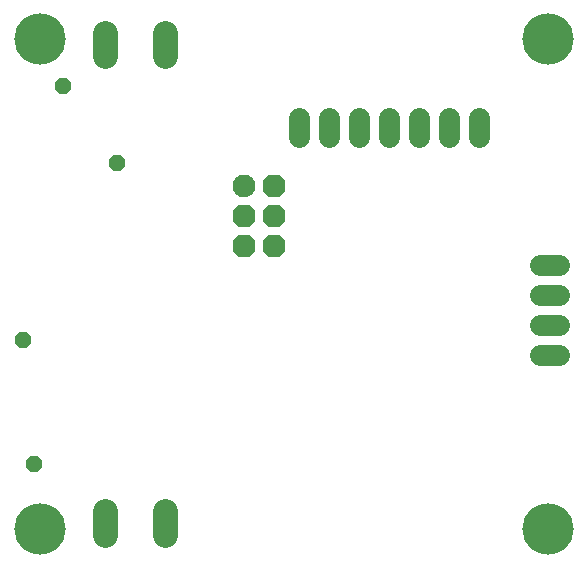
<source format=gbr>
G04 EAGLE Gerber RS-274X export*
G75*
%MOMM*%
%FSLAX34Y34*%
%LPD*%
%INSoldermask Bottom*%
%IPPOS*%
%AMOC8*
5,1,8,0,0,1.08239X$1,22.5*%
G01*
%ADD10C,1.768400*%
%ADD11C,1.930400*%
%ADD12P,2.089446X8X292.500000*%
%ADD13C,2.152400*%
%ADD14C,4.352400*%
%ADD15P,1.463824X8X22.500000*%


D10*
X458170Y263100D02*
X474330Y263100D01*
X474330Y237700D02*
X458170Y237700D01*
X458170Y212300D02*
X474330Y212300D01*
X474330Y186900D02*
X458170Y186900D01*
D11*
X207300Y330400D03*
D12*
X207300Y305000D03*
X207300Y279600D03*
X232700Y330400D03*
X232700Y305000D03*
X232700Y279600D03*
D13*
X89854Y55000D02*
X89854Y35000D01*
X140146Y35000D02*
X140146Y55000D01*
X140146Y440000D02*
X140146Y460000D01*
X89854Y460000D02*
X89854Y440000D01*
D10*
X253800Y388080D02*
X253800Y371920D01*
X279200Y371920D02*
X279200Y388080D01*
X304600Y388080D02*
X304600Y371920D01*
X330000Y371920D02*
X330000Y388080D01*
X355400Y388080D02*
X355400Y371920D01*
X380800Y371920D02*
X380800Y388080D01*
X406200Y388080D02*
X406200Y371920D01*
D14*
X35000Y455000D03*
X465000Y455000D03*
X35000Y40000D03*
X465000Y40000D03*
D15*
X30000Y95000D03*
X20000Y200000D03*
X53750Y415000D03*
X100000Y350000D03*
M02*

</source>
